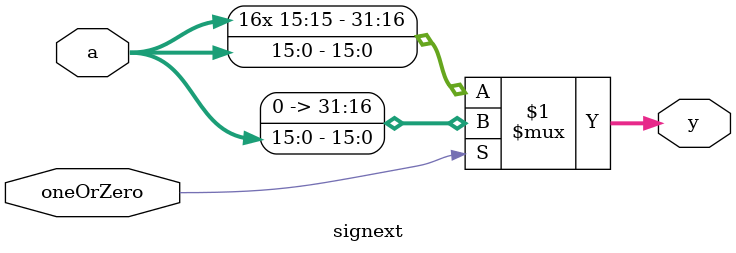
<source format=sv>
module signext(	input logic [15:0] a,
		input logic oneOrZero,
		output logic [31:0] y);
	assign y = oneOrZero? {{16'b0},a} : {{16{a[15]}},a}; 
endmodule

</source>
